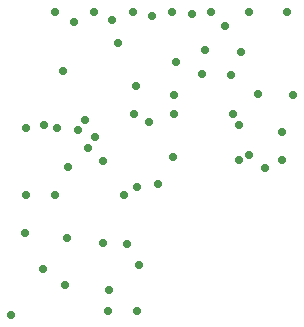
<source format=gbs>
G04 Layer_Color=16711935*
%FSLAX24Y24*%
%MOIN*%
G70*
G01*
G75*
%ADD69C,0.0280*%
D69*
X7700Y6940D02*
D03*
X8230Y5600D02*
D03*
X4503Y4523D02*
D03*
X2520Y6430D02*
D03*
X3360Y5380D02*
D03*
X1370Y1800D02*
D03*
X2210Y5180D02*
D03*
X1770Y10350D02*
D03*
X3070D02*
D03*
X4360D02*
D03*
X5650D02*
D03*
X6950D02*
D03*
X8230D02*
D03*
X9500D02*
D03*
X4560Y1913D02*
D03*
X790Y6480D02*
D03*
X9340Y5420D02*
D03*
X7620Y8250D02*
D03*
X6650Y8290D02*
D03*
X7970Y9020D02*
D03*
X6770Y9070D02*
D03*
X5780Y8690D02*
D03*
X7420Y9880D02*
D03*
X6320Y10290D02*
D03*
X5010Y10230D02*
D03*
X3650Y10070D02*
D03*
X3870Y9330D02*
D03*
X2400Y10030D02*
D03*
X2020Y8400D02*
D03*
X1830Y6470D02*
D03*
X2080Y1240D02*
D03*
X1750Y4250D02*
D03*
X790Y4260D02*
D03*
X5210Y4610D02*
D03*
X8750Y5150D02*
D03*
X4480Y390D02*
D03*
X7880Y5430D02*
D03*
X9340Y6340D02*
D03*
X8530Y7630D02*
D03*
X5708Y5505D02*
D03*
X4400Y6950D02*
D03*
X4890Y6690D02*
D03*
X5720Y6950D02*
D03*
Y7590D02*
D03*
X1410Y6580D02*
D03*
X3100Y6170D02*
D03*
X2760Y6740D02*
D03*
X2870Y5830D02*
D03*
X4170Y2630D02*
D03*
X3360Y2640D02*
D03*
X4060Y4240D02*
D03*
X760Y3000D02*
D03*
X7900Y6579D02*
D03*
X9690Y7580D02*
D03*
X310Y250D02*
D03*
X3530Y400D02*
D03*
X3560Y1080D02*
D03*
X2160Y2810D02*
D03*
X4450Y7870D02*
D03*
M02*

</source>
